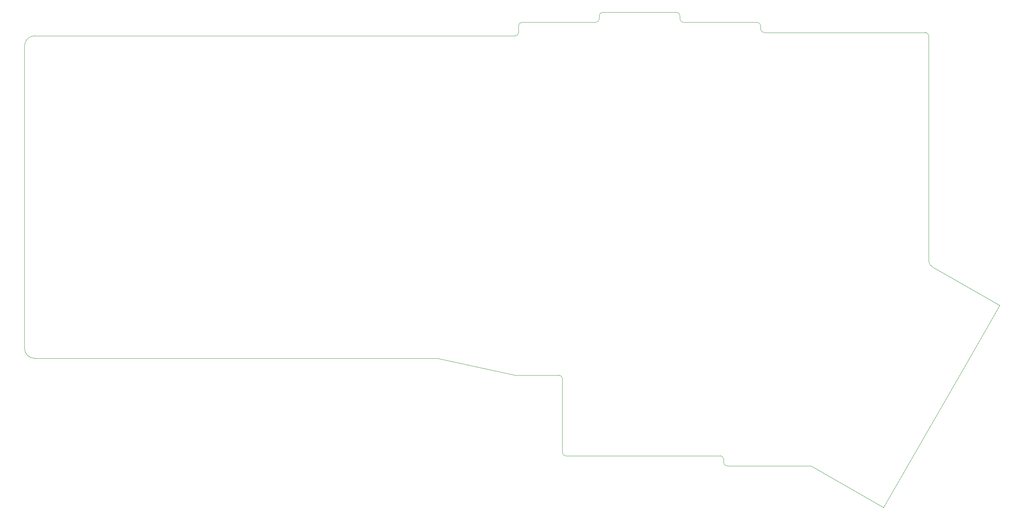
<source format=gbr>
%TF.GenerationSoftware,KiCad,Pcbnew,(5.1.9-0-10_14)*%
%TF.CreationDate,2021-04-10T22:10:23-05:00*%
%TF.ProjectId,wren-left,7772656e-2d6c-4656-9674-2e6b69636164,rev?*%
%TF.SameCoordinates,Original*%
%TF.FileFunction,Profile,NP*%
%FSLAX46Y46*%
G04 Gerber Fmt 4.6, Leading zero omitted, Abs format (unit mm)*
G04 Created by KiCad (PCBNEW (5.1.9-0-10_14)) date 2021-04-10 22:10:23*
%MOMM*%
%LPD*%
G01*
G04 APERTURE LIST*
%TA.AperFunction,Profile*%
%ADD10C,0.050000*%
%TD*%
G04 APERTURE END LIST*
D10*
X173037500Y-22225000D02*
X173037500Y-23018750D01*
X267589000Y-90678000D02*
X251702548Y-81588653D01*
X260350000Y-103251000D02*
X267589000Y-90678000D01*
X240157000Y-138430000D02*
X260350000Y-103251000D01*
X223043750Y-128587500D02*
X240157000Y-138430000D01*
X203200000Y-128587500D02*
X223043750Y-128587500D01*
X202406250Y-127000000D02*
X202406250Y-127793750D01*
X203200000Y-128587500D02*
G75*
G02*
X202406250Y-127793750I0J793750D01*
G01*
X201612500Y-126206250D02*
G75*
G02*
X202406250Y-127000000I0J-793750D01*
G01*
X165100000Y-126206250D02*
X201612500Y-126206250D01*
X165100000Y-126206250D02*
G75*
G02*
X164306250Y-125412500I0J793750D01*
G01*
X164306250Y-107950000D02*
X164306250Y-125412500D01*
X163512500Y-107156250D02*
G75*
G02*
X164306250Y-107950000I0J-793750D01*
G01*
X153193750Y-107156250D02*
X163512500Y-107156250D01*
X134937500Y-103187500D02*
X153193750Y-107156250D01*
X39687500Y-103187500D02*
X134937500Y-103187500D01*
X251702548Y-81588653D02*
G75*
G02*
X250825000Y-80168750I709952J1419903D01*
G01*
X250825000Y-26987500D02*
X250825000Y-80168750D01*
X211931250Y-26193750D02*
X250031250Y-26193750D01*
X211137500Y-24606250D02*
X211137500Y-25400000D01*
X192881250Y-23812500D02*
X210343750Y-23812500D01*
X192087500Y-22225000D02*
X192087500Y-23018750D01*
X173831250Y-21431250D02*
X191293750Y-21431250D01*
X154781250Y-23812500D02*
X172243750Y-23812500D01*
X153987500Y-26193750D02*
X153987500Y-24606250D01*
X39687500Y-26987500D02*
X153193750Y-26987500D01*
X250031250Y-26193750D02*
G75*
G02*
X250825000Y-26987500I0J-793750D01*
G01*
X211931250Y-26193750D02*
G75*
G02*
X211137500Y-25400000I0J793750D01*
G01*
X210343750Y-23812500D02*
G75*
G02*
X211137500Y-24606250I0J-793750D01*
G01*
X192881250Y-23812500D02*
G75*
G02*
X192087500Y-23018750I0J793750D01*
G01*
X191293750Y-21431250D02*
G75*
G02*
X192087500Y-22225000I0J-793750D01*
G01*
X153987500Y-24606250D02*
G75*
G02*
X154781250Y-23812500I793750J0D01*
G01*
X153987500Y-26193750D02*
G75*
G02*
X153193750Y-26987500I-793750J0D01*
G01*
X173037500Y-22225000D02*
G75*
G02*
X173831250Y-21431250I793750J0D01*
G01*
X173037500Y-23018750D02*
G75*
G02*
X172243750Y-23812500I-793750J0D01*
G01*
X37306250Y-100806250D02*
X37306250Y-29368750D01*
X39687500Y-103187500D02*
G75*
G02*
X37306250Y-100806250I0J2381250D01*
G01*
X37306250Y-29368750D02*
G75*
G02*
X39687500Y-26987500I2381250J0D01*
G01*
M02*

</source>
